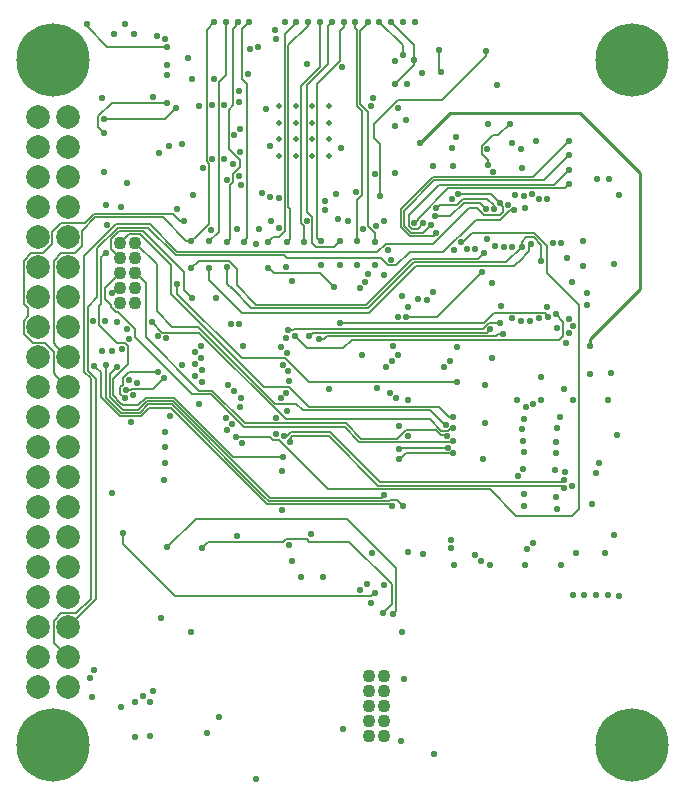
<source format=gbr>
G04 #@! TF.GenerationSoftware,KiCad,Pcbnew,5.1.4+dfsg1-1~bpo10+1*
G04 #@! TF.CreationDate,2019-11-28T16:03:55+01:00*
G04 #@! TF.ProjectId,zglue-demo-board,7a676c75-652d-4646-956d-6f2d626f6172,rev?*
G04 #@! TF.SameCoordinates,Original*
G04 #@! TF.FileFunction,Copper,L4,Inr*
G04 #@! TF.FilePolarity,Positive*
%FSLAX46Y46*%
G04 Gerber Fmt 4.6, Leading zero omitted, Abs format (unit mm)*
G04 Created by KiCad (PCBNEW 5.1.4+dfsg1-1~bpo10+1) date 2019-11-28 16:03:55*
%MOMM*%
%LPD*%
G04 APERTURE LIST*
%ADD10C,0.500000*%
%ADD11C,1.100000*%
%ADD12C,6.200000*%
%ADD13C,2.000000*%
%ADD14C,0.550000*%
%ADD15C,0.150000*%
%ADD16C,0.250000*%
%ADD17C,0.200000*%
G04 APERTURE END LIST*
D10*
X50450000Y-42350000D03*
X51850000Y-42350000D03*
X53250000Y-42350000D03*
X54650000Y-42350000D03*
X50450000Y-40950000D03*
X51850000Y-40950000D03*
X53250000Y-40950000D03*
X54650000Y-40950000D03*
X50450000Y-39550000D03*
X51850000Y-39550000D03*
X53250000Y-39550000D03*
X54650000Y-39550000D03*
X50450000Y-38150000D03*
X51850000Y-38150000D03*
X53250000Y-38150000D03*
X54650000Y-38150000D03*
D11*
X58040000Y-86370000D03*
X59310000Y-86370000D03*
X58040000Y-87640000D03*
X59310000Y-87640000D03*
X58040000Y-88910000D03*
X59310000Y-88910000D03*
X58040000Y-90180000D03*
X59310000Y-90180000D03*
X58040000Y-91450000D03*
X59310000Y-91450000D03*
X36990000Y-49740000D03*
X38260000Y-49740000D03*
X36990000Y-51010000D03*
X38260000Y-51010000D03*
X36990000Y-52280000D03*
X38260000Y-52280000D03*
X36990000Y-53550000D03*
X38260000Y-53550000D03*
X36990000Y-54820000D03*
X38260000Y-54820000D03*
D12*
X31300000Y-34250000D03*
X31300000Y-92250000D03*
X80300000Y-92250000D03*
X80300000Y-34250000D03*
D13*
X32570000Y-87380000D03*
X30030000Y-87380000D03*
X32570000Y-84840000D03*
X30030000Y-84840000D03*
X32570000Y-82300000D03*
X30030000Y-82300000D03*
X32570000Y-79760000D03*
X30030000Y-79760000D03*
X32570000Y-77220000D03*
X30030000Y-77220000D03*
X32570000Y-74680000D03*
X30030000Y-74680000D03*
X32570000Y-72140000D03*
X30030000Y-72140000D03*
X32570000Y-69600000D03*
X30030000Y-69600000D03*
X32570000Y-67060000D03*
X30030000Y-67060000D03*
X32570000Y-64520000D03*
X30030000Y-64520000D03*
X32570000Y-61980000D03*
X30030000Y-61980000D03*
X32570000Y-59440000D03*
X30030000Y-59440000D03*
X32570000Y-56900000D03*
X30030000Y-56900000D03*
X32570000Y-54360000D03*
X30030000Y-54360000D03*
X32570000Y-51820000D03*
X30030000Y-51820000D03*
X32570000Y-49280000D03*
X30030000Y-49280000D03*
X32570000Y-46740000D03*
X30030000Y-46740000D03*
X32570000Y-44200000D03*
X30030000Y-44200000D03*
X32570000Y-41660000D03*
X30030000Y-41660000D03*
X32570000Y-39120000D03*
X30030000Y-39120000D03*
D14*
X51078649Y-59048649D03*
X71441351Y-75638649D03*
X69835801Y-46504351D03*
X36270000Y-70950000D03*
X68730000Y-49960000D03*
X50090000Y-31710000D03*
X73970876Y-56979124D03*
X41165000Y-41550000D03*
X35615000Y-43760000D03*
X58274987Y-76000000D03*
X39540000Y-91480000D03*
X39510000Y-88630000D03*
X42770000Y-34120000D03*
X43120000Y-45680000D03*
X54360000Y-46950000D03*
X53110000Y-74425000D03*
X63580000Y-93040000D03*
X62520000Y-35370000D03*
X58530000Y-43900000D03*
X65290000Y-50370000D03*
X69220000Y-55080000D03*
X74560000Y-62110000D03*
X60300000Y-43850000D03*
X51800000Y-57650000D03*
X74300000Y-49750000D03*
X73900000Y-55800000D03*
X34480494Y-86588254D03*
X34820000Y-85860000D03*
X43700000Y-63375010D03*
X44039117Y-43360883D03*
X75358420Y-56784458D03*
X38200000Y-32050000D03*
X75290000Y-70287510D03*
X74800000Y-51050000D03*
X67900000Y-61750000D03*
X67900000Y-64950000D03*
X67700000Y-68050000D03*
X61400000Y-66050000D03*
X60600000Y-65250000D03*
X61400000Y-63050000D03*
X58700000Y-62050000D03*
X60500000Y-59250000D03*
X60100000Y-58450000D03*
X50200000Y-65950000D03*
X50200000Y-64550000D03*
X51100000Y-63950000D03*
X51300000Y-61450000D03*
X47400000Y-58450000D03*
X51000000Y-57750000D03*
X43900000Y-61550000D03*
X71300000Y-46750000D03*
X76550000Y-55000000D03*
X76550000Y-54000000D03*
X78550000Y-60750000D03*
X78800000Y-51500000D03*
X77300000Y-69250000D03*
X77550000Y-68350000D03*
X78800000Y-74500000D03*
X79050000Y-66000000D03*
X45800000Y-38100000D03*
X44800000Y-38100000D03*
X65300000Y-77000000D03*
X68300000Y-77000000D03*
X71300000Y-77000000D03*
X74300000Y-77000000D03*
X52300000Y-78000000D03*
X37050000Y-89050000D03*
X55300000Y-45600000D03*
X49800000Y-47850000D03*
X56300000Y-47850000D03*
X57550000Y-48600000D03*
X59300000Y-47850000D03*
X58420000Y-37490000D03*
X60300000Y-39850000D03*
X47135883Y-42014117D03*
X47050000Y-44100000D03*
X45800000Y-42600000D03*
X44800000Y-42600000D03*
X47050000Y-37850000D03*
X47050000Y-36850000D03*
X52800000Y-34600000D03*
X51048649Y-62411351D03*
X64990000Y-74922500D03*
X50571351Y-62888649D03*
X64990000Y-75597500D03*
X50761351Y-60081351D03*
X67508649Y-76638649D03*
X51238649Y-60558649D03*
X67031351Y-76161351D03*
X50601351Y-58571351D03*
X71918649Y-75161351D03*
X40730000Y-69820000D03*
X58270000Y-80250000D03*
X60750000Y-91910000D03*
X67940000Y-33460000D03*
X58995876Y-45725876D03*
X50670000Y-72350010D03*
X37058471Y-46666283D03*
X41810000Y-46850000D03*
X74700000Y-58220000D03*
X51520000Y-76670000D03*
X75260000Y-53060000D03*
X38920000Y-88060000D03*
X54300000Y-46150000D03*
X59889124Y-51160876D03*
X46875000Y-48550000D03*
X61400000Y-55150000D03*
X79200000Y-79650000D03*
X79200000Y-45650000D03*
X54700000Y-62150000D03*
X73137500Y-46000000D03*
X64888649Y-59761351D03*
X66382500Y-50220000D03*
X59501351Y-60208649D03*
X67057500Y-50220000D03*
X59978649Y-59731351D03*
X69482500Y-50080000D03*
X60328649Y-62908649D03*
X70157500Y-50080000D03*
X59851351Y-62431351D03*
X72462500Y-46000000D03*
X64411351Y-60238649D03*
X76950011Y-71809999D03*
X74997079Y-57354610D03*
X46654986Y-40594838D03*
X75000000Y-56150000D03*
X47139654Y-40125010D03*
X62390000Y-41270000D03*
X76800000Y-58500000D03*
X76800000Y-60850000D03*
X74600000Y-70487500D03*
X51338649Y-66588649D03*
X74600000Y-69812500D03*
X50861351Y-66111351D03*
X42420000Y-47875000D03*
X45920000Y-31040000D03*
X71790000Y-49840000D03*
X44550000Y-49600000D03*
X44550000Y-51840000D03*
X73600000Y-49750000D03*
X45090000Y-54365000D03*
X46930000Y-31040000D03*
X46040000Y-49650000D03*
X46040000Y-51800000D03*
X72660000Y-51280000D03*
X71000000Y-50050000D03*
X65845261Y-49696491D03*
X70980000Y-43410000D03*
X46800000Y-66150000D03*
X41200871Y-64399386D03*
X72200000Y-41150000D03*
X70428868Y-45717220D03*
X38100000Y-62647018D03*
X57294393Y-53569252D03*
X46030000Y-65610000D03*
X38380000Y-61630000D03*
X57719475Y-53044912D03*
X71160000Y-45780000D03*
X46500000Y-65035010D03*
X71880000Y-45605010D03*
X57970000Y-52370000D03*
X45940000Y-64600000D03*
X37705000Y-61380000D03*
X47910000Y-31040000D03*
X61222746Y-55994857D03*
X47090000Y-56590000D03*
X47480000Y-49620000D03*
X67616541Y-52166541D03*
X44930000Y-31040000D03*
X42980000Y-49580000D03*
X42990000Y-51900000D03*
X67810000Y-50575000D03*
X55950000Y-31040000D03*
X53840000Y-57860000D03*
X54020000Y-51590000D03*
X54010000Y-49600000D03*
X69400000Y-57450000D03*
X53920000Y-31040000D03*
X51207227Y-57107594D03*
X51530000Y-52930000D03*
X52570000Y-49680000D03*
X69190000Y-56499999D03*
X51888000Y-31040000D03*
X49550000Y-51830000D03*
X49490000Y-49670000D03*
X57900000Y-78600000D03*
X55100000Y-53450000D03*
X40750000Y-65710000D03*
X40790000Y-67000000D03*
X48480000Y-49860000D03*
X59300000Y-52430000D03*
X47825000Y-35475000D03*
X59700000Y-50300000D03*
X60550000Y-56050000D03*
X46050000Y-44400000D03*
X44650000Y-48675000D03*
X46900000Y-74550000D03*
X40750000Y-68410000D03*
X56890000Y-31040000D03*
X57040000Y-51600000D03*
X57080000Y-49590000D03*
X57280000Y-79110000D03*
X54930000Y-31040000D03*
X73210000Y-55970000D03*
X55640000Y-56525000D03*
X46390000Y-56590000D03*
X55590000Y-51630000D03*
X55600000Y-49600000D03*
X52900000Y-31040000D03*
X52990000Y-57650000D03*
X51070000Y-51790000D03*
X51080000Y-49690000D03*
X68340000Y-57070000D03*
X43700000Y-38150000D03*
X49000000Y-45550000D03*
X49703749Y-45851874D03*
X43050000Y-35850000D03*
X39800000Y-37350000D03*
X37535000Y-44680000D03*
X50474990Y-45950000D03*
X35770000Y-50610000D03*
X43020000Y-82710000D03*
X50700000Y-69050000D03*
X50800000Y-67850000D03*
X75300000Y-63000000D03*
X78300000Y-63000000D03*
X78050000Y-76000000D03*
X75550000Y-76000000D03*
X45400000Y-89920000D03*
X44330000Y-91270000D03*
X38280000Y-91550000D03*
X38270000Y-88630000D03*
X39790000Y-87700000D03*
X40420000Y-81460000D03*
X34625000Y-88175000D03*
X51280000Y-75300000D03*
X59330000Y-78700000D03*
X74250021Y-64490000D03*
X72450000Y-56130000D03*
X73975010Y-65410000D03*
X71720000Y-56310000D03*
X73900000Y-66560000D03*
X70900000Y-56310000D03*
X73900000Y-67520000D03*
X70130000Y-56130000D03*
X60110000Y-81180000D03*
X40975020Y-75510000D03*
X68510000Y-53170000D03*
X73100000Y-55150000D03*
X59220000Y-81100000D03*
X43920000Y-75560000D03*
X68436316Y-59493684D03*
X72610000Y-61050000D03*
X70560000Y-63060000D03*
X74020000Y-72280000D03*
X71324748Y-63604339D03*
X73880000Y-71220000D03*
X71950000Y-63350000D03*
X74660000Y-69110000D03*
X72600000Y-63020000D03*
X73840000Y-68990000D03*
X43800000Y-59500000D03*
X55870000Y-90860000D03*
X43300000Y-60000000D03*
X43300000Y-59000000D03*
X43800000Y-58500000D03*
X60940000Y-31040000D03*
X61950000Y-31040000D03*
X36260000Y-58884659D03*
X35710000Y-56360000D03*
X47150000Y-63650000D03*
X37181843Y-58714583D03*
X36729124Y-56440876D03*
X47200000Y-62900000D03*
X40158916Y-57648667D03*
X34710000Y-56390000D03*
X46600000Y-62300000D03*
X48510000Y-95100000D03*
X47274980Y-66675000D03*
X42210000Y-60080000D03*
X46130000Y-61730000D03*
X43300000Y-61000000D03*
X43890000Y-60527000D03*
X40960000Y-33130000D03*
X57490000Y-59270000D03*
X34170000Y-31210000D03*
X36730000Y-60220000D03*
X59339444Y-71125000D03*
X35820330Y-60109670D03*
X60900000Y-72000000D03*
X34780000Y-60170000D03*
X60050000Y-72000000D03*
X65500000Y-58550000D03*
X71154767Y-64655233D03*
X71050000Y-65480000D03*
X71120000Y-66510000D03*
X71200000Y-67430000D03*
X41775000Y-53220000D03*
X61400000Y-75922500D03*
X62630000Y-76110000D03*
X65500000Y-61550000D03*
X71090000Y-68920000D03*
X70677779Y-69487500D03*
X71210000Y-70960000D03*
X71160000Y-72050000D03*
X65200000Y-64450000D03*
X64559637Y-65150000D03*
X39663251Y-56450000D03*
X36270000Y-53970000D03*
X65200000Y-65450000D03*
X64639844Y-66100001D03*
X65162623Y-66527000D03*
X60600000Y-67150000D03*
X64722702Y-67072702D03*
X43040000Y-54380000D03*
X40850000Y-57830000D03*
X60600000Y-68050000D03*
X65200000Y-67550000D03*
X48670000Y-33130000D03*
X58640000Y-48270000D03*
X52800000Y-47850000D03*
X61200000Y-39350000D03*
X60300000Y-34350000D03*
X55800000Y-34850000D03*
X49670000Y-41500000D03*
X46550000Y-43100000D03*
X47960000Y-33280000D03*
X50175426Y-32482515D03*
X40829710Y-32467692D03*
X35430000Y-37460000D03*
X60500000Y-38350000D03*
X44900000Y-35850000D03*
X50910000Y-31040000D03*
X49360000Y-38390000D03*
X47200000Y-44850000D03*
X58200000Y-38150000D03*
X55400000Y-47750000D03*
X57000000Y-45450000D03*
X68920000Y-36360000D03*
X55670000Y-41710000D03*
X57950000Y-31040000D03*
X37199999Y-74260000D03*
X58570000Y-51650000D03*
X58570000Y-49630000D03*
X58540000Y-79390000D03*
X54200000Y-78050000D03*
X40070000Y-32249999D03*
X37910000Y-64920000D03*
X37390000Y-31200000D03*
X40970000Y-34700000D03*
X36460000Y-32040000D03*
X37400000Y-62890000D03*
X40230047Y-60679952D03*
X40250001Y-42160000D03*
X35615000Y-40435000D03*
X37598248Y-57050000D03*
X35915200Y-48255200D03*
X40970000Y-37870000D03*
X37706633Y-57868702D03*
X40920000Y-35540000D03*
X35780000Y-46550000D03*
X41750000Y-38275000D03*
X35615000Y-39260000D03*
X35420000Y-58870000D03*
X37484989Y-62174989D03*
X40717558Y-61146814D03*
X42240000Y-41360000D03*
X69980000Y-39635000D03*
X68170000Y-43120000D03*
X78350000Y-44350000D03*
X68090000Y-41787500D03*
X77350000Y-44300000D03*
X76178459Y-49591541D03*
X76210000Y-51720000D03*
X68580000Y-43705000D03*
X70170000Y-41290000D03*
X68130000Y-39710000D03*
X78300000Y-79575010D03*
X70890000Y-41787500D03*
X77300000Y-79575010D03*
X61020000Y-86650000D03*
X76300000Y-79575010D03*
X60835000Y-82715000D03*
X75300000Y-79575010D03*
X68675000Y-46869124D03*
X63760000Y-46810000D03*
X68043524Y-49397625D03*
X60840000Y-54199999D03*
X63620000Y-47490000D03*
X67990000Y-46860000D03*
X62240000Y-54480000D03*
X65150000Y-43260000D03*
X65125001Y-41675001D03*
X62970000Y-54580000D03*
X63490000Y-53930000D03*
X63440000Y-43200000D03*
X65400000Y-40750000D03*
X63772124Y-48866124D03*
X75000000Y-41150000D03*
X63300000Y-48250000D03*
X75000000Y-42325000D03*
X62659637Y-48036546D03*
X75000000Y-43550000D03*
X61900000Y-48050000D03*
X75000000Y-44750000D03*
X60920000Y-33790000D03*
X58910000Y-31040000D03*
X50474990Y-48475000D03*
X61320000Y-36260000D03*
X59900000Y-31040000D03*
X61860000Y-34250000D03*
X60275000Y-36270000D03*
X48775000Y-48575000D03*
X65116356Y-46017947D03*
X70370000Y-46930000D03*
X69150000Y-46340000D03*
X65630000Y-45580000D03*
X64020000Y-33445000D03*
X64165000Y-35290000D03*
D15*
X74522078Y-57582611D02*
X74522078Y-56422078D01*
X74522078Y-56422078D02*
X73900000Y-55800000D01*
X73400000Y-57950000D02*
X73180000Y-57950000D01*
X73180000Y-57950000D02*
X56600000Y-57950000D01*
X74154689Y-57950000D02*
X74522078Y-57582611D01*
X73180000Y-57950000D02*
X74154689Y-57950000D01*
X56600000Y-57950000D02*
X55900000Y-58650000D01*
X52800000Y-58650000D02*
X51800000Y-57650000D01*
X55900000Y-58650000D02*
X52800000Y-58650000D01*
X67930000Y-33470000D02*
X67940000Y-33460000D01*
X67930000Y-33940000D02*
X67930000Y-33470000D01*
X64270000Y-37600000D02*
X67930000Y-33940000D01*
X60546998Y-37600000D02*
X64270000Y-37600000D01*
X58510000Y-40870000D02*
X58510000Y-39636998D01*
X58510000Y-39636998D02*
X60546998Y-37600000D01*
X59005001Y-41365001D02*
X58510000Y-40870000D01*
X58995876Y-45336968D02*
X59005001Y-45327843D01*
X58995876Y-45725876D02*
X58995876Y-45336968D01*
X59005001Y-45327843D02*
X59005001Y-41365001D01*
D16*
X81040000Y-53670000D02*
X76800000Y-57910000D01*
X76800000Y-57910000D02*
X76800000Y-58500000D01*
X81040000Y-43820000D02*
X81040000Y-53670000D01*
X75950000Y-38730000D02*
X81040000Y-43820000D01*
X64930000Y-38730000D02*
X75950000Y-38730000D01*
X62390000Y-41270000D02*
X64930000Y-38730000D01*
D17*
X58832690Y-70312500D02*
X74425000Y-70312500D01*
X74425000Y-70312500D02*
X74600000Y-70487500D01*
X54632690Y-66112500D02*
X58832690Y-70312500D01*
X51567310Y-66112500D02*
X54632690Y-66112500D01*
X51338649Y-66588649D02*
X51338649Y-66341161D01*
X51338649Y-66341161D02*
X51567310Y-66112500D01*
X74425000Y-69987500D02*
X74600000Y-69812500D01*
X50861351Y-66111351D02*
X51108839Y-66111351D01*
X54767310Y-65787500D02*
X58967310Y-69987500D01*
X51108839Y-66111351D02*
X51432690Y-65787500D01*
X58967310Y-69987500D02*
X74425000Y-69987500D01*
X51432690Y-65787500D02*
X54767310Y-65787500D01*
D15*
X34015078Y-48070000D02*
X32003998Y-48070000D01*
X32003998Y-48070000D02*
X31230001Y-48843997D01*
X31369999Y-59003997D02*
X31369999Y-60779999D01*
X31230001Y-48843997D02*
X31230001Y-49856001D01*
X29185000Y-55291002D02*
X29185000Y-55968998D01*
X28829999Y-56323999D02*
X28829999Y-57476001D01*
X31230001Y-49856001D02*
X30466003Y-50619999D01*
X28829999Y-57476001D02*
X29593997Y-58239999D01*
X30466003Y-50619999D02*
X29453999Y-50619999D01*
X29453999Y-50619999D02*
X28829999Y-51243999D01*
X28829999Y-51243999D02*
X28829999Y-54936001D01*
X28829999Y-54936001D02*
X29185000Y-55291002D01*
X31369999Y-60779999D02*
X31570001Y-60980001D01*
X29185000Y-55968998D02*
X28829999Y-56323999D01*
X29593997Y-58239999D02*
X30606001Y-58239999D01*
X30606001Y-58239999D02*
X31369999Y-59003997D01*
X31570001Y-60980001D02*
X32570000Y-61980000D01*
X42420000Y-47875000D02*
X42031092Y-47875000D01*
X41456082Y-47299990D02*
X34785088Y-47299990D01*
X42031092Y-47875000D02*
X41456082Y-47299990D01*
X34785088Y-47299990D02*
X34015078Y-48070000D01*
X45930000Y-35523002D02*
X45930000Y-32030000D01*
X45930000Y-32030000D02*
X45920000Y-32020000D01*
X45930000Y-32030000D02*
X45930000Y-31540000D01*
X45920000Y-32020000D02*
X45920000Y-31040000D01*
X71630000Y-50000000D02*
X71790000Y-49840000D01*
X71630000Y-50460000D02*
X71630000Y-50000000D01*
X70740000Y-51350000D02*
X71630000Y-50460000D01*
X70700000Y-51350000D02*
X70740000Y-51350000D01*
X47300000Y-55650000D02*
X45800000Y-54150000D01*
X70700000Y-51350000D02*
X70380000Y-51670000D01*
X58100000Y-55650000D02*
X47300000Y-55650000D01*
X62080000Y-51670000D02*
X58100000Y-55650000D01*
X70380000Y-51670000D02*
X62080000Y-51670000D01*
X45800000Y-54150000D02*
X45305000Y-53655000D01*
X45324999Y-48825001D02*
X45324999Y-36128003D01*
X44550000Y-49600000D02*
X45324999Y-48825001D01*
X45324999Y-36128003D02*
X45930000Y-35523002D01*
X45305000Y-53655000D02*
X45200000Y-53550000D01*
X44550000Y-51840000D02*
X44550000Y-52900000D01*
X44550000Y-52900000D02*
X45305000Y-53655000D01*
X46830000Y-31120000D02*
X46930000Y-31020000D01*
X46830000Y-31370000D02*
X46830000Y-31120000D01*
X71000000Y-49661092D02*
X71391092Y-49270000D01*
X71000000Y-50050000D02*
X71000000Y-49661092D01*
X72030000Y-49270000D02*
X72660000Y-49900000D01*
X71391092Y-49270000D02*
X72030000Y-49270000D01*
X72660000Y-49900000D02*
X72660000Y-51280000D01*
X48100000Y-55250000D02*
X58000000Y-55250000D01*
X46530000Y-53680000D02*
X48100000Y-55250000D01*
X58000000Y-55250000D02*
X61855010Y-51394990D01*
X61855010Y-51394990D02*
X69655010Y-51394990D01*
X69655010Y-51394990D02*
X71000000Y-50050000D01*
X46574999Y-31625001D02*
X46830000Y-31370000D01*
X46179985Y-38473015D02*
X46574999Y-38078001D01*
X46906998Y-43540000D02*
X47150000Y-43296998D01*
X47150000Y-42731236D02*
X46179985Y-41761221D01*
X46179985Y-41761221D02*
X46179985Y-38473015D01*
X47150000Y-43296998D02*
X47150000Y-42731236D01*
X46574999Y-38078001D02*
X46574999Y-31625001D01*
X46314999Y-49375001D02*
X46314999Y-44838003D01*
X46574999Y-43871999D02*
X46906998Y-43540000D01*
X46040000Y-49650000D02*
X46314999Y-49375001D01*
X46574999Y-44578003D02*
X46574999Y-43871999D01*
X46314999Y-44838003D02*
X46574999Y-44578003D01*
X46530000Y-53680000D02*
X46400000Y-53550000D01*
X46040000Y-51800000D02*
X46040000Y-53190000D01*
X46040000Y-53190000D02*
X46530000Y-53680000D01*
X75270000Y-72840000D02*
X75833421Y-72276579D01*
X70520000Y-72850000D02*
X75020000Y-72850000D01*
X68282510Y-70612510D02*
X70520000Y-72850000D01*
X49696998Y-66150000D02*
X49971999Y-66425001D01*
X73135001Y-52305001D02*
X73135001Y-49986079D01*
X66787376Y-48922624D02*
X66060000Y-49650000D01*
X75020000Y-72850000D02*
X75030000Y-72840000D01*
X54615510Y-70612510D02*
X68282510Y-70612510D01*
X65891752Y-49650000D02*
X65845261Y-49696491D01*
X46800000Y-66150000D02*
X49696998Y-66150000D01*
X75030000Y-72840000D02*
X75270000Y-72840000D01*
X49971999Y-66425001D02*
X50428001Y-66425001D01*
X75833421Y-72276579D02*
X75833421Y-55003421D01*
X73135001Y-49986079D02*
X72071546Y-48922624D01*
X50428001Y-66425001D02*
X54615510Y-70612510D01*
X75833421Y-55003421D02*
X73135001Y-52305001D01*
X66060000Y-49650000D02*
X65891752Y-49650000D01*
X72071546Y-48922624D02*
X66787376Y-48922624D01*
X47754999Y-49345001D02*
X47754999Y-36248003D01*
X47480000Y-49620000D02*
X47754999Y-49345001D01*
X47349999Y-31600001D02*
X47910000Y-31040000D01*
X47754999Y-36248003D02*
X47349999Y-35843003D01*
X47349999Y-35843003D02*
X47349999Y-31600001D01*
X67616541Y-52166541D02*
X63788225Y-55994857D01*
X63788225Y-55994857D02*
X61222746Y-55994857D01*
X40586092Y-47575000D02*
X34899000Y-47575000D01*
X33770001Y-49995999D02*
X33146001Y-50619999D01*
X34899000Y-47575000D02*
X33770001Y-48703999D01*
X33770001Y-48703999D02*
X33770001Y-49995999D01*
X31369999Y-51243999D02*
X31369999Y-58239999D01*
X33146001Y-50619999D02*
X31993999Y-50619999D01*
X31369999Y-58239999D02*
X31570001Y-58440001D01*
X31993999Y-50619999D02*
X31369999Y-51243999D01*
X31570001Y-58440001D02*
X32570000Y-59440000D01*
X42980000Y-49580000D02*
X42591092Y-49580000D01*
X42591092Y-49580000D02*
X40586092Y-47575000D01*
X44630000Y-31420000D02*
X44630000Y-31390000D01*
X44630000Y-31390000D02*
X44930000Y-31090000D01*
X46870000Y-53330000D02*
X48514990Y-54974990D01*
X48514990Y-54974990D02*
X57843932Y-54974990D01*
X57843932Y-54974990D02*
X61698942Y-51119980D01*
X46870000Y-51926998D02*
X46870000Y-53330000D01*
X46203002Y-51260000D02*
X46870000Y-51926998D01*
X43630000Y-51260000D02*
X46203002Y-51260000D01*
X67535001Y-50849999D02*
X67810000Y-50575000D01*
X42990000Y-51900000D02*
X43630000Y-51260000D01*
X61698942Y-51119980D02*
X67265020Y-51119980D01*
X67265020Y-51119980D02*
X67535001Y-50849999D01*
X44324999Y-31725001D02*
X44630000Y-31420000D01*
X43323001Y-49305001D02*
X44514118Y-48113884D01*
X44514118Y-43017120D02*
X44324999Y-42828001D01*
X43254999Y-49305001D02*
X43323001Y-49305001D01*
X42980000Y-49580000D02*
X43254999Y-49305001D01*
X44514118Y-48113884D02*
X44514118Y-43017120D01*
X44324999Y-42828001D02*
X44324999Y-31725001D01*
X53840000Y-57860000D02*
X54228908Y-57860000D01*
X54483897Y-57605011D02*
X68856081Y-57605011D01*
X68856081Y-57605011D02*
X69011092Y-57450000D01*
X69011092Y-57450000D02*
X69400000Y-57450000D01*
X54228908Y-57860000D02*
X54483897Y-57605011D01*
X55950000Y-31420000D02*
X55950000Y-31070000D01*
X55604990Y-31765010D02*
X55950000Y-31420000D01*
X54010000Y-49600000D02*
X53700001Y-49290001D01*
X55604990Y-34345010D02*
X55604990Y-31765010D01*
X53700001Y-49290001D02*
X53700001Y-36249999D01*
X53700001Y-36249999D02*
X55604990Y-34345010D01*
X53940000Y-31100000D02*
X53920000Y-31080000D01*
X53940000Y-31250000D02*
X53940000Y-31100000D01*
X53940000Y-34870000D02*
X53940000Y-31250000D01*
X52324999Y-36485001D02*
X53940000Y-34870000D01*
X52324999Y-43345001D02*
X52324999Y-36485001D01*
X52570000Y-48323002D02*
X52324999Y-48078001D01*
X52570000Y-49680000D02*
X52570000Y-48323002D01*
X52324999Y-48078001D02*
X52324999Y-43345001D01*
X51207227Y-57107594D02*
X51596135Y-57107594D01*
X68206999Y-56499999D02*
X68801092Y-56499999D01*
X51596135Y-57107594D02*
X51703728Y-57000001D01*
X67706997Y-57000001D02*
X68206999Y-56499999D01*
X51703728Y-57000001D02*
X67706997Y-57000001D01*
X68801092Y-56499999D02*
X69190000Y-56499999D01*
X55100000Y-53450000D02*
X53915001Y-52265001D01*
X53915001Y-52265001D02*
X49985001Y-52265001D01*
X49985001Y-52265001D02*
X49824999Y-52104999D01*
X49824999Y-52104999D02*
X49550000Y-51830000D01*
X55000000Y-53550000D02*
X55100000Y-53450000D01*
X51565000Y-31463000D02*
X51888000Y-31140000D01*
X50950000Y-32078000D02*
X51565000Y-31463000D01*
X49945001Y-49214999D02*
X50463003Y-49214999D01*
X49490000Y-49670000D02*
X49945001Y-49214999D01*
X50950000Y-48728002D02*
X50950000Y-32078000D01*
X50463003Y-49214999D02*
X50950000Y-48728002D01*
X57040000Y-31720000D02*
X56890000Y-31570000D01*
X56890000Y-31570000D02*
X56890000Y-31030000D01*
X57475001Y-38565001D02*
X57040000Y-38130000D01*
X57040000Y-38130000D02*
X57040000Y-31720000D01*
X57475001Y-45678001D02*
X57475001Y-38565001D01*
X57080000Y-48833002D02*
X57074999Y-48828001D01*
X57074999Y-46078003D02*
X57475001Y-45678001D01*
X57080000Y-49590000D02*
X57080000Y-48833002D01*
X57074999Y-48828001D02*
X57074999Y-46078003D01*
X53275001Y-49755001D02*
X53275001Y-47555001D01*
X53595001Y-50075001D02*
X53275001Y-49755001D01*
X53275001Y-47555001D02*
X52799999Y-47079999D01*
X52799999Y-47079999D02*
X52799999Y-36398923D01*
X55600000Y-49600000D02*
X55124999Y-50075001D01*
X55124999Y-50075001D02*
X53595001Y-50075001D01*
X52799999Y-36398923D02*
X54620000Y-34578922D01*
X54620000Y-34578922D02*
X54620000Y-31360000D01*
X54620000Y-31360000D02*
X54930000Y-31050000D01*
X55640000Y-56525000D02*
X67793076Y-56525000D01*
X72935001Y-55695001D02*
X73210000Y-55970000D01*
X67793076Y-56525000D02*
X68663077Y-55654999D01*
X68663077Y-55654999D02*
X72894999Y-55654999D01*
X72894999Y-55654999D02*
X72935001Y-55695001D01*
X51225010Y-33014990D02*
X52870000Y-31370000D01*
X51225010Y-46725010D02*
X51225010Y-33014990D01*
X51354999Y-49415001D02*
X51354999Y-46854999D01*
X51080000Y-49690000D02*
X51354999Y-49415001D01*
X51354999Y-46854999D02*
X51225010Y-46725010D01*
X52990000Y-57650000D02*
X53310000Y-57330000D01*
X53310000Y-57330000D02*
X68080000Y-57330000D01*
X68080000Y-57330000D02*
X68340000Y-57070000D01*
X52870000Y-31070000D02*
X52900000Y-31040000D01*
X52870000Y-31370000D02*
X52870000Y-31070000D01*
X50800000Y-67850000D02*
X46588922Y-67850000D01*
X46588922Y-67850000D02*
X41588902Y-62849980D01*
X35495001Y-50884999D02*
X35770000Y-50610000D01*
X37230000Y-63500000D02*
X37009988Y-63279988D01*
X36395010Y-62655010D02*
X36395010Y-61257992D01*
X37009988Y-63279988D02*
X37009988Y-63269988D01*
X36395010Y-61257992D02*
X37656844Y-59996158D01*
X37656844Y-59996158D02*
X37656844Y-58486582D01*
X37009988Y-63269988D02*
X36395010Y-62655010D01*
X38501078Y-63500000D02*
X37230000Y-63500000D01*
X35410000Y-50970000D02*
X35495001Y-50884999D01*
X35185001Y-55104999D02*
X35410000Y-54880000D01*
X41588902Y-62849980D02*
X39151098Y-62849980D01*
X36746580Y-58239582D02*
X35185001Y-56678003D01*
X35410000Y-54880000D02*
X35410000Y-50970000D01*
X35185001Y-56678003D02*
X35185001Y-55104999D01*
X37656844Y-58486582D02*
X37409844Y-58239582D01*
X39151098Y-62849980D02*
X38501078Y-63500000D01*
X37409844Y-58239582D02*
X36746580Y-58239582D01*
X56190000Y-73100000D02*
X43385020Y-73100000D01*
X60384999Y-77294999D02*
X56190000Y-73100000D01*
X60110000Y-81180000D02*
X60384999Y-80905001D01*
X60384999Y-80905001D02*
X60384999Y-77294999D01*
X43385020Y-73100000D02*
X40975020Y-75510000D01*
X50810000Y-75040000D02*
X51025001Y-74824999D01*
X56363002Y-75030000D02*
X59980000Y-78646998D01*
X44440000Y-75040000D02*
X50810000Y-75040000D01*
X53011998Y-75030000D02*
X56363002Y-75030000D01*
X51025001Y-74824999D02*
X52806997Y-74824999D01*
X59980000Y-78646998D02*
X59980000Y-80340000D01*
X43920000Y-75560000D02*
X44440000Y-75040000D01*
X52806997Y-74824999D02*
X53011998Y-75030000D01*
X59980000Y-80340000D02*
X59220000Y-81100000D01*
X34170000Y-31410000D02*
X35890000Y-33130000D01*
X34170000Y-31210000D02*
X34170000Y-31410000D01*
X35890000Y-33130000D02*
X40960000Y-33130000D01*
X38520000Y-63870000D02*
X37200000Y-63870000D01*
X36120000Y-60830000D02*
X36730000Y-60220000D01*
X39265010Y-63124990D02*
X38520000Y-63870000D01*
X59339444Y-71125000D02*
X59164444Y-71300000D01*
X37200000Y-63870000D02*
X36120000Y-62790000D01*
X59164444Y-71300000D02*
X49650000Y-71300000D01*
X49650000Y-71300000D02*
X41474990Y-63124990D01*
X36120000Y-62790000D02*
X36120000Y-60830000D01*
X41474990Y-63124990D02*
X39265010Y-63124990D01*
X39378923Y-63400001D02*
X38633913Y-64145011D01*
X35820330Y-60498578D02*
X35820330Y-60109670D01*
X38633913Y-64145011D02*
X37086086Y-64145010D01*
X41350000Y-63400000D02*
X39378923Y-63400001D01*
X37086086Y-64145010D02*
X35820330Y-62879254D01*
X35820330Y-62879254D02*
X35820330Y-60498578D01*
X60424999Y-71524999D02*
X60900000Y-72000000D01*
X57750000Y-71600000D02*
X59788922Y-71600000D01*
X59863923Y-71524999D02*
X60424999Y-71524999D01*
X59788922Y-71600000D02*
X59863923Y-71524999D01*
X49561078Y-71600000D02*
X57750000Y-71600000D01*
X41350000Y-63400000D02*
X49200000Y-71250000D01*
X49200000Y-71250000D02*
X49211078Y-71250000D01*
X49211078Y-71250000D02*
X49561078Y-71600000D01*
X41250000Y-63400000D02*
X41350000Y-63400000D01*
X35350000Y-60700000D02*
X34980000Y-60330000D01*
X35350000Y-62797848D02*
X35350000Y-60700000D01*
X36972172Y-64420020D02*
X35350000Y-62797848D01*
X38747825Y-64420021D02*
X36972172Y-64420020D01*
X39420000Y-63747848D02*
X38747825Y-64420021D01*
X60050000Y-72000000D02*
X59925010Y-71875010D01*
X59925010Y-71875010D02*
X49425010Y-71875010D01*
X49425010Y-71875010D02*
X41297848Y-63747848D01*
X41297848Y-63747848D02*
X39420000Y-63747848D01*
X53000000Y-61550000D02*
X50973650Y-59523650D01*
X41775000Y-54025000D02*
X41775000Y-53220000D01*
X65500000Y-61550000D02*
X53000000Y-61550000D01*
X50973650Y-59523650D02*
X47273650Y-59523650D01*
X47273650Y-59523650D02*
X41775000Y-54025000D01*
X41299999Y-51639999D02*
X41300000Y-54050000D01*
X37740001Y-48989999D02*
X38649999Y-48989999D01*
X38649999Y-48989999D02*
X41299999Y-51639999D01*
X41300000Y-54050000D02*
X49175001Y-61925001D01*
X36990000Y-49740000D02*
X37740001Y-48989999D01*
X49175001Y-61925001D02*
X51265301Y-61925001D01*
X51265301Y-61925001D02*
X52990300Y-63650000D01*
X52990300Y-63650000D02*
X64011092Y-63650000D01*
X64011092Y-63650000D02*
X64811092Y-64450000D01*
X64811092Y-64450000D02*
X65200000Y-64450000D01*
X40080000Y-55530000D02*
X41400000Y-56850000D01*
X41400000Y-56850000D02*
X43600000Y-56850000D01*
X40080000Y-51560000D02*
X40080000Y-55530000D01*
X38260000Y-49740000D02*
X40080000Y-51560000D01*
X51913650Y-63363650D02*
X52475010Y-63925010D01*
X43600000Y-56850000D02*
X50113650Y-63363650D01*
X50113650Y-63363650D02*
X51913650Y-63363650D01*
X52475010Y-63925010D02*
X54300000Y-63925010D01*
X54300000Y-63925010D02*
X54100000Y-63925010D01*
X61224990Y-63925010D02*
X54300000Y-63925010D01*
X64559637Y-65236546D02*
X63248101Y-63925010D01*
X63248101Y-63925010D02*
X61224990Y-63925010D01*
X40575001Y-57325001D02*
X40538252Y-57325001D01*
X40538252Y-57325001D02*
X39663251Y-56450000D01*
X36690000Y-53550000D02*
X36270000Y-53970000D01*
X36990000Y-53550000D02*
X36690000Y-53550000D01*
X51000000Y-64650000D02*
X43675001Y-57325001D01*
X43675001Y-57325001D02*
X40575001Y-57325001D01*
X63188792Y-64650000D02*
X51000000Y-64650000D01*
X64163793Y-65625001D02*
X63188792Y-64650000D01*
X65200000Y-65450000D02*
X64962639Y-65450000D01*
X64787638Y-65625001D02*
X64163793Y-65625001D01*
X64962639Y-65450000D02*
X64787638Y-65625001D01*
X64600000Y-66040000D02*
X64639844Y-66079844D01*
X63724869Y-65574999D02*
X64189870Y-66040000D01*
X61171999Y-65574999D02*
X63724869Y-65574999D01*
X64639844Y-66079844D02*
X64639844Y-66100001D01*
X39160000Y-53170000D02*
X39160000Y-57733002D01*
X64189870Y-66040000D02*
X64600000Y-66040000D01*
X38819999Y-52829999D02*
X39160000Y-53170000D01*
X38809999Y-52829999D02*
X38819999Y-52829999D01*
X60446420Y-66300578D02*
X61171999Y-65574999D01*
X39160000Y-57733002D02*
X43666998Y-62240000D01*
X38260000Y-52280000D02*
X38809999Y-52829999D01*
X43666998Y-62240000D02*
X44778922Y-62240000D01*
X44778922Y-62240000D02*
X47563923Y-65025001D01*
X47563923Y-65025001D02*
X56095001Y-65025001D01*
X56095001Y-65025001D02*
X57370578Y-66300578D01*
X57370578Y-66300578D02*
X60446420Y-66300578D01*
X36239999Y-55019999D02*
X36239999Y-55180001D01*
X36239999Y-55180001D02*
X36629999Y-55570001D01*
X35685010Y-54465010D02*
X36239999Y-55019999D01*
X36990000Y-52280000D02*
X35685010Y-53584990D01*
X35685010Y-53584990D02*
X35685010Y-54465010D01*
X36629999Y-55570001D02*
X36790001Y-55570001D01*
X38219382Y-57669382D02*
X43100000Y-62550000D01*
X43100000Y-62550000D02*
X44700000Y-62550000D01*
X36790001Y-55570001D02*
X38219382Y-56999382D01*
X38219382Y-56999382D02*
X38219382Y-57669382D01*
X44700000Y-62550000D02*
X46500000Y-64350000D01*
X46500000Y-64350000D02*
X46400000Y-64250000D01*
X47500000Y-65350000D02*
X46500000Y-64350000D01*
X64867366Y-66575588D02*
X57225588Y-66575588D01*
X64915954Y-66527000D02*
X64867366Y-66575588D01*
X57225588Y-66575588D02*
X56000000Y-65350000D01*
X65162623Y-66527000D02*
X64915954Y-66527000D01*
X56000000Y-65350000D02*
X47500000Y-65350000D01*
X64722702Y-67072702D02*
X60677298Y-67072702D01*
X60677298Y-67072702D02*
X60600000Y-67150000D01*
X36905007Y-48714991D02*
X38944991Y-48714991D01*
X36239999Y-49379999D02*
X36905007Y-48714991D01*
X38944991Y-48714991D02*
X42394999Y-52164999D01*
X36990000Y-51010000D02*
X36239999Y-50259999D01*
X42394999Y-53734999D02*
X43040000Y-54380000D01*
X36239999Y-50259999D02*
X36239999Y-49379999D01*
X42394999Y-52164999D02*
X42394999Y-53734999D01*
X61200000Y-67550000D02*
X60700000Y-68050000D01*
X60700000Y-68050000D02*
X60600000Y-68050000D01*
X65200000Y-67550000D02*
X61200000Y-67550000D01*
X37199999Y-74260000D02*
X37199999Y-75238908D01*
X58260000Y-79670000D02*
X58540000Y-79390000D01*
X37199999Y-75238908D02*
X41631091Y-79670000D01*
X41631091Y-79670000D02*
X58260000Y-79670000D01*
X57970000Y-38623002D02*
X57315010Y-37968012D01*
X57315010Y-37968012D02*
X57315010Y-31814990D01*
X58570000Y-49630000D02*
X58570000Y-48916998D01*
X57970000Y-48316998D02*
X57970000Y-38623002D01*
X58570000Y-48916998D02*
X57970000Y-48316998D01*
X57800000Y-31330000D02*
X57800000Y-31160000D01*
X57800000Y-31160000D02*
X57950000Y-31010000D01*
X57315010Y-31814990D02*
X57800000Y-31330000D01*
X39489952Y-60679952D02*
X39841139Y-60679952D01*
X38627046Y-60679952D02*
X39489952Y-60679952D01*
X37229999Y-61726977D02*
X37229999Y-61151999D01*
X37009988Y-61946988D02*
X37193488Y-61763488D01*
X37193488Y-61763488D02*
X37229999Y-61726977D01*
X37229999Y-61151999D02*
X37702046Y-60679952D01*
X37702046Y-60679952D02*
X39489952Y-60679952D01*
X37400000Y-62890000D02*
X37009988Y-62499988D01*
X39841139Y-60679952D02*
X40230047Y-60679952D01*
X37009988Y-62499988D02*
X37009988Y-61946988D01*
X40970000Y-37870000D02*
X36301998Y-37870000D01*
X36301998Y-37870000D02*
X35139999Y-39031999D01*
X35139999Y-39959999D02*
X35340001Y-40160001D01*
X35139999Y-39031999D02*
X35139999Y-39959999D01*
X35340001Y-40160001D02*
X35615000Y-40435000D01*
X41750000Y-38275000D02*
X40765000Y-39260000D01*
X40765000Y-39260000D02*
X35615000Y-39260000D01*
X37484989Y-62174989D02*
X37873897Y-62174989D01*
X39749371Y-62115001D02*
X40442559Y-61421813D01*
X37873897Y-62174989D02*
X37933885Y-62115001D01*
X40442559Y-61421813D02*
X40717558Y-61146814D01*
X37933885Y-62115001D02*
X39749371Y-62115001D01*
X68574498Y-40600000D02*
X69015000Y-40600000D01*
X69015000Y-40600000D02*
X69980000Y-39635000D01*
X67630000Y-42030502D02*
X67614999Y-42015501D01*
X67614999Y-41559499D02*
X68574498Y-40600000D01*
X67630000Y-42191092D02*
X67630000Y-42030502D01*
X67614999Y-42015501D02*
X67614999Y-41559499D01*
X68170000Y-43120000D02*
X68170000Y-42731092D01*
X68170000Y-42731092D02*
X67630000Y-42191092D01*
X63760000Y-46810000D02*
X64034999Y-46535001D01*
X68620000Y-46814124D02*
X68675000Y-46869124D01*
X65484999Y-46535001D02*
X65995887Y-46024113D01*
X64034999Y-46535001D02*
X65484999Y-46535001D01*
X65995887Y-46024113D02*
X68074113Y-46024113D01*
X68074113Y-46024113D02*
X68620000Y-46570000D01*
X68620000Y-46570000D02*
X68620000Y-46814124D01*
X63620000Y-47490000D02*
X64918924Y-47490000D01*
X67715001Y-46585001D02*
X67990000Y-46860000D01*
X67460012Y-46330012D02*
X67715001Y-46585001D01*
X66078912Y-46330012D02*
X67460012Y-46330012D01*
X64918924Y-47490000D02*
X66078912Y-46330012D01*
X63772124Y-48973876D02*
X63772124Y-48866124D01*
X63572000Y-49174000D02*
X63772124Y-48973876D01*
X61540000Y-49174000D02*
X63572000Y-49174000D01*
X60778000Y-48412000D02*
X61540000Y-49174000D01*
X60778000Y-46888000D02*
X60778000Y-48412000D01*
X63486000Y-44180000D02*
X60778000Y-46888000D01*
X71970000Y-44180000D02*
X63486000Y-44180000D01*
X75000000Y-41150000D02*
X71970000Y-44180000D01*
X61053010Y-48298088D02*
X61653912Y-48898990D01*
X61053010Y-47001912D02*
X61053010Y-48298088D01*
X63599912Y-44455010D02*
X61053010Y-47001912D01*
X75000000Y-42325000D02*
X72869990Y-44455010D01*
X61653912Y-48898990D02*
X62651010Y-48898990D01*
X62651010Y-48898990D02*
X63300000Y-48250000D01*
X72869990Y-44455010D02*
X63599912Y-44455010D01*
X61671999Y-48525001D02*
X62171182Y-48525001D01*
X62171182Y-48525001D02*
X62659637Y-48036546D01*
X61424999Y-48278001D02*
X61671999Y-48525001D01*
X64010011Y-44829989D02*
X61424999Y-47415001D01*
X61424999Y-47415001D02*
X61424999Y-48278001D01*
X75000000Y-43550000D02*
X73720011Y-44829989D01*
X73720011Y-44829989D02*
X64010011Y-44829989D01*
X62174999Y-47691999D02*
X64736998Y-45130000D01*
X64736998Y-45130000D02*
X65376998Y-45130000D01*
X65883002Y-45130000D02*
X74620000Y-45130000D01*
X74620000Y-45130000D02*
X75000000Y-44750000D01*
X65376998Y-45130000D02*
X65401999Y-45104999D01*
X65401999Y-45104999D02*
X65858001Y-45104999D01*
X61900000Y-48050000D02*
X62174999Y-47775001D01*
X62174999Y-47775001D02*
X62174999Y-47691999D01*
X65858001Y-45104999D02*
X65883002Y-45130000D01*
X60920000Y-33790000D02*
X60920000Y-33020000D01*
X60920000Y-33020000D02*
X58910000Y-31010000D01*
X61860000Y-34250000D02*
X61860000Y-32960000D01*
X61860000Y-32960000D02*
X59900000Y-31000000D01*
X61860000Y-34710000D02*
X61860000Y-34250000D01*
X60785001Y-35784999D02*
X61860000Y-34710000D01*
X60275000Y-36270000D02*
X60760001Y-35784999D01*
X60760001Y-35784999D02*
X60785001Y-35784999D01*
X69970000Y-46960000D02*
X70340000Y-46960000D01*
X70340000Y-46960000D02*
X70370000Y-46930000D01*
X69170000Y-47760000D02*
X69970000Y-46960000D01*
X67110000Y-47760000D02*
X69170000Y-47760000D01*
X65820000Y-49050000D02*
X67110000Y-47760000D01*
X65820000Y-49050000D02*
X65800000Y-49030000D01*
X65430000Y-49440000D02*
X65820000Y-49050000D01*
X41720000Y-50790000D02*
X50906998Y-50790000D01*
X39369981Y-48439981D02*
X41720000Y-50790000D01*
X50906998Y-50790000D02*
X51136998Y-51020000D01*
X61500000Y-50510000D02*
X64360000Y-50510000D01*
X36791095Y-48439981D02*
X39369981Y-48439981D01*
X64360000Y-50510000D02*
X65430000Y-49440000D01*
X34950009Y-79919991D02*
X34950009Y-61280009D01*
X32570000Y-82300000D02*
X34950009Y-79919991D01*
X34950009Y-61280009D02*
X34234999Y-60564999D01*
X35060000Y-50171076D02*
X36791095Y-48439981D01*
X35060000Y-54330000D02*
X35060000Y-50171076D01*
X34234999Y-55155001D02*
X35060000Y-54330000D01*
X34234999Y-60564999D02*
X34234999Y-55155001D01*
X51136998Y-51020000D02*
X59045246Y-51020000D01*
X59045246Y-51020000D02*
X59661123Y-51635877D01*
X59661123Y-51635877D02*
X60374123Y-51635877D01*
X60374123Y-51635877D02*
X61500000Y-50510000D01*
X65630000Y-45580000D02*
X68390000Y-45580000D01*
X68390000Y-45580000D02*
X69150000Y-46340000D01*
X65630000Y-45580000D02*
X65630000Y-45530000D01*
X33250001Y-81099999D02*
X34500000Y-79850000D01*
X69390000Y-47140000D02*
X69390000Y-46820000D01*
X31993999Y-81099999D02*
X33250001Y-81099999D01*
X67216998Y-46790000D02*
X67771123Y-47344125D01*
X66520000Y-46790000D02*
X67216998Y-46790000D01*
X31369999Y-81723999D02*
X31993999Y-81099999D01*
X51020912Y-50514990D02*
X51033923Y-50528001D01*
X34500000Y-61218924D02*
X33959988Y-60678912D01*
X59471999Y-49824999D02*
X63485001Y-49824999D01*
X63485001Y-49824999D02*
X66520000Y-46790000D01*
X69185875Y-47344125D02*
X69390000Y-47140000D01*
X39483895Y-48164971D02*
X41833913Y-50514989D01*
X34500000Y-79850000D02*
X34500000Y-61218924D01*
X36677182Y-48164970D02*
X39483895Y-48164971D01*
X58768997Y-50528001D02*
X59471999Y-49824999D01*
X32570000Y-84840000D02*
X31369999Y-83639999D01*
X33959988Y-60678912D02*
X33959988Y-50882164D01*
X31369999Y-83639999D02*
X31369999Y-81723999D01*
X51033923Y-50528001D02*
X58768997Y-50528001D01*
X67771123Y-47344125D02*
X69185875Y-47344125D01*
X41833913Y-50514989D02*
X51020912Y-50514990D01*
X33959988Y-50882164D02*
X36677182Y-48164970D01*
X69390000Y-46820000D02*
X69390000Y-46730000D01*
X69150000Y-46430000D02*
X69390000Y-46670000D01*
X69390000Y-46670000D02*
X69390000Y-46820000D01*
X69150000Y-46340000D02*
X69150000Y-46430000D01*
X64020000Y-33445000D02*
X64020000Y-35145000D01*
X64020000Y-35145000D02*
X64165000Y-35290000D01*
M02*

</source>
